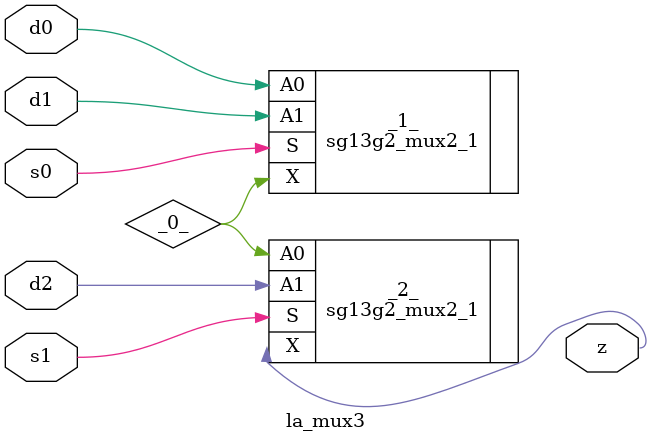
<source format=v>

/* Generated by Yosys 0.44 (git sha1 80ba43d26, g++ 11.4.0-1ubuntu1~22.04 -fPIC -O3) */

(* top =  1  *)
(* src = "inputs/la_mux3.v:10.1-23.10" *)
module la_mux3 (
    d0,
    d1,
    d2,
    s0,
    s1,
    z
);
  wire _0_;
  (* src = "inputs/la_mux3.v:13.12-13.14" *)
  input d0;
  wire d0;
  (* src = "inputs/la_mux3.v:14.12-14.14" *)
  input d1;
  wire d1;
  (* src = "inputs/la_mux3.v:15.12-15.14" *)
  input d2;
  wire d2;
  (* src = "inputs/la_mux3.v:16.12-16.14" *)
  input s0;
  wire s0;
  (* src = "inputs/la_mux3.v:17.12-17.14" *)
  input s1;
  wire s1;
  (* src = "inputs/la_mux3.v:18.12-18.13" *)
  output z;
  wire z;
  sg13g2_mux2_1 _1_ (
      .A0(d0),
      .A1(d1),
      .S (s0),
      .X (_0_)
  );
  sg13g2_mux2_1 _2_ (
      .A0(_0_),
      .A1(d2),
      .S (s1),
      .X (z)
  );
endmodule

</source>
